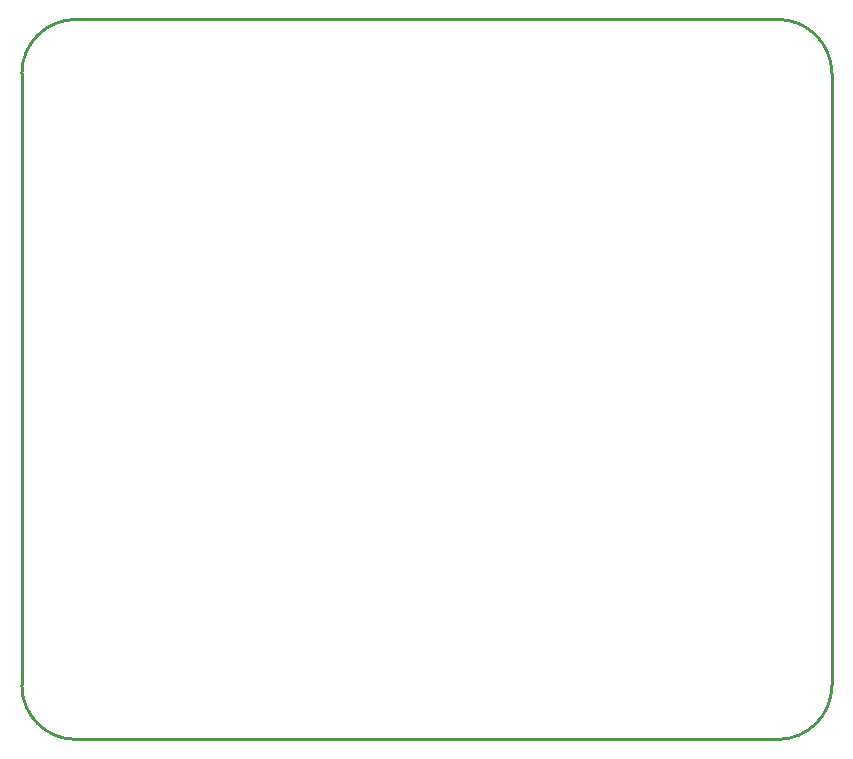
<source format=gko>
G04 Layer: BoardOutlineLayer*
G04 EasyEDA Pro v2.2.36.7, 2025-05-26 04:11:26*
G04 Gerber Generator version 0.3*
G04 Scale: 100 percent, Rotated: No, Reflected: No*
G04 Dimensions in millimeters*
G04 Leading zeros omitted, absolute positions, 4 integers and 5 decimals*
%FSLAX45Y45*%
%MOMM*%
%ADD10C,0.254*%
G75*


G04 Rect Start*
G54D10*
G01X0Y-5638800D02*
G01X0Y-457200D01*
G02X457200Y0I457200J0D01*
G01X6400800Y0D01*
G02X6858000Y-457200I0J-457200D01*
G01X6858000Y-5638800D01*
G02X6400800Y-6096000I-457200J0D01*
G01X457200Y-6096000D01*
G02X0Y-5638800I0J457200D01*
G04 Rect End*

M02*


</source>
